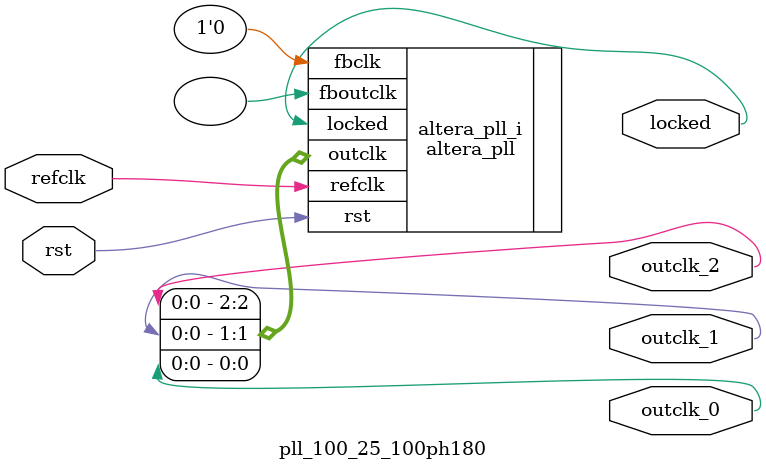
<source format=v>
`timescale 1ns/10ps

module  pll_100_25_100ph180(
	input refclk,
	input rst,
	output outclk_0,
	output outclk_1,
	output outclk_2,
	output locked
);

	altera_pll #(
		.fractional_vco_multiplier("true"),
		.reference_clock_frequency("50.0 MHz"),
		.operation_mode("direct"),
		.number_of_clocks(3),

		.output_clock_frequency0("100.000000 MHz"),
		.phase_shift0("0 ps"),
		.duty_cycle0(50),
		
    .output_clock_frequency1("25.000000 MHz"),
		.phase_shift1("0 ps"),
		.duty_cycle1(50),
		
    .output_clock_frequency2("100.00000 MHz"),
		.phase_shift2("5000 ps"),
		.duty_cycle2(50),
		
    .output_clock_frequency3("0 MHz"),
		.phase_shift3("0 ps"),
		.duty_cycle3(50),
		.output_clock_frequency4("0 MHz"),
		.phase_shift4("0 ps"),
		.duty_cycle4(50),
		.output_clock_frequency5("0 MHz"),
		.phase_shift5("0 ps"),
		.duty_cycle5(50),
		.output_clock_frequency6("0 MHz"),
		.phase_shift6("0 ps"),
		.duty_cycle6(50),
		.output_clock_frequency7("0 MHz"),
		.phase_shift7("0 ps"),
		.duty_cycle7(50),
		.output_clock_frequency8("0 MHz"),
		.phase_shift8("0 ps"),
		.duty_cycle8(50),
		.output_clock_frequency9("0 MHz"),
		.phase_shift9("0 ps"),
		.duty_cycle9(50),
		.output_clock_frequency10("0 MHz"),
		.phase_shift10("0 ps"),
		.duty_cycle10(50),
		.output_clock_frequency11("0 MHz"),
		.phase_shift11("0 ps"),
		.duty_cycle11(50),
		.output_clock_frequency12("0 MHz"),
		.phase_shift12("0 ps"),
		.duty_cycle12(50),
		.output_clock_frequency13("0 MHz"),
		.phase_shift13("0 ps"),
		.duty_cycle13(50),
		.output_clock_frequency14("0 MHz"),
		.phase_shift14("0 ps"),
		.duty_cycle14(50),
		.output_clock_frequency15("0 MHz"),
		.phase_shift15("0 ps"),
		.duty_cycle15(50),
		.output_clock_frequency16("0 MHz"),
		.phase_shift16("0 ps"),
		.duty_cycle16(50),
		.output_clock_frequency17("0 MHz"),
		.phase_shift17("0 ps"),
		.duty_cycle17(50),
		.pll_type("General"),
		.pll_subtype("General")
	) altera_pll_i (
		.rst	(rst),
		.outclk	({outclk_2, outclk_1, outclk_0}),
		.locked	(locked),
		.fboutclk	( ),
		.fbclk	(1'b0),
		.refclk	(refclk)
	);
endmodule

</source>
